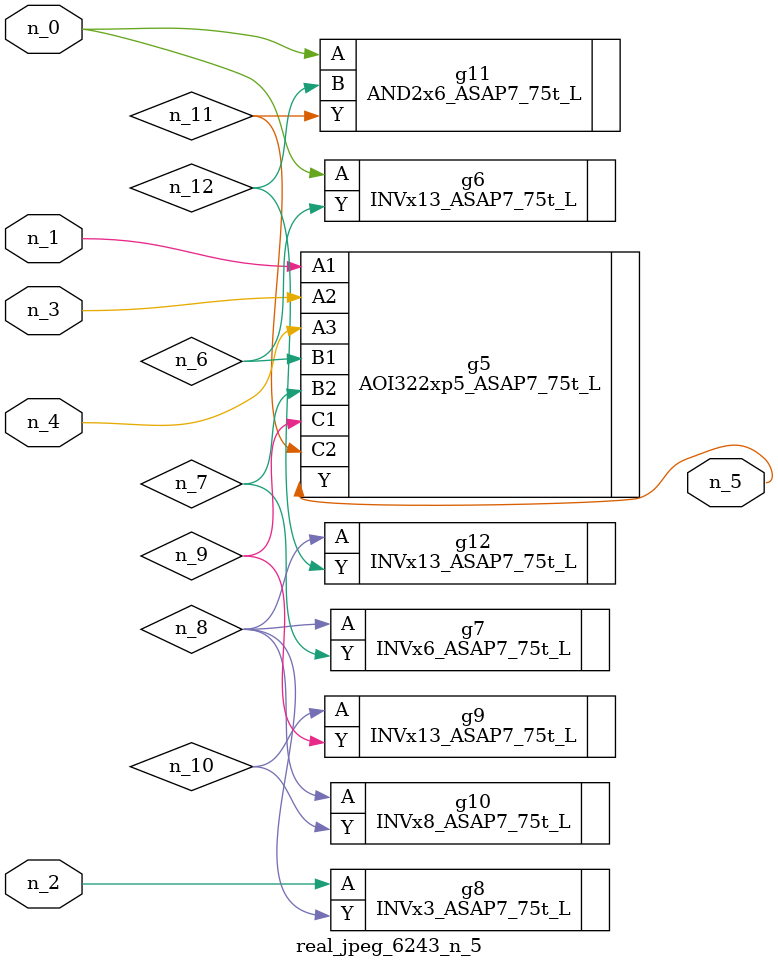
<source format=v>
module real_jpeg_6243_n_5 (n_4, n_0, n_1, n_2, n_3, n_5);

input n_4;
input n_0;
input n_1;
input n_2;
input n_3;

output n_5;

wire n_12;
wire n_8;
wire n_11;
wire n_6;
wire n_7;
wire n_10;
wire n_9;

INVx13_ASAP7_75t_L g6 ( 
.A(n_0),
.Y(n_6)
);

AND2x6_ASAP7_75t_L g11 ( 
.A(n_0),
.B(n_12),
.Y(n_11)
);

AOI322xp5_ASAP7_75t_L g5 ( 
.A1(n_1),
.A2(n_3),
.A3(n_4),
.B1(n_6),
.B2(n_7),
.C1(n_9),
.C2(n_11),
.Y(n_5)
);

INVx3_ASAP7_75t_L g8 ( 
.A(n_2),
.Y(n_8)
);

INVx6_ASAP7_75t_L g7 ( 
.A(n_8),
.Y(n_7)
);

INVx8_ASAP7_75t_L g10 ( 
.A(n_8),
.Y(n_10)
);

INVx13_ASAP7_75t_L g12 ( 
.A(n_8),
.Y(n_12)
);

INVx13_ASAP7_75t_L g9 ( 
.A(n_10),
.Y(n_9)
);


endmodule
</source>
